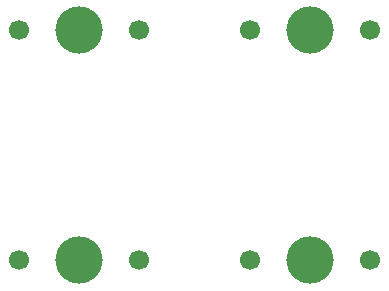
<source format=gbr>
%TF.GenerationSoftware,KiCad,Pcbnew,8.0.8*%
%TF.CreationDate,2025-02-15T15:35:49+01:00*%
%TF.ProjectId,Hacpad,48616370-6164-42e6-9b69-6361645f7063,rev?*%
%TF.SameCoordinates,Original*%
%TF.FileFunction,NonPlated,1,2,NPTH,Drill*%
%TF.FilePolarity,Positive*%
%FSLAX46Y46*%
G04 Gerber Fmt 4.6, Leading zero omitted, Abs format (unit mm)*
G04 Created by KiCad (PCBNEW 8.0.8) date 2025-02-15 15:35:49*
%MOMM*%
%LPD*%
G01*
G04 APERTURE LIST*
%TA.AperFunction,ComponentDrill*%
%ADD10C,1.700000*%
%TD*%
%TA.AperFunction,ComponentDrill*%
%ADD11C,4.000000*%
%TD*%
G04 APERTURE END LIST*
D10*
%TO.C,SW1*%
X54420000Y-59500000D03*
%TO.C,SW3*%
X54420000Y-79000000D03*
%TO.C,SW1*%
X64580000Y-59500000D03*
%TO.C,SW3*%
X64580000Y-79000000D03*
%TO.C,SW2*%
X73920000Y-59500000D03*
%TO.C,SW4*%
X73920000Y-79000000D03*
%TO.C,SW2*%
X84080000Y-59500000D03*
%TO.C,SW4*%
X84080000Y-79000000D03*
D11*
%TO.C,SW1*%
X59500000Y-59500000D03*
%TO.C,SW3*%
X59500000Y-79000000D03*
%TO.C,SW2*%
X79000000Y-59500000D03*
%TO.C,SW4*%
X79000000Y-79000000D03*
M02*

</source>
